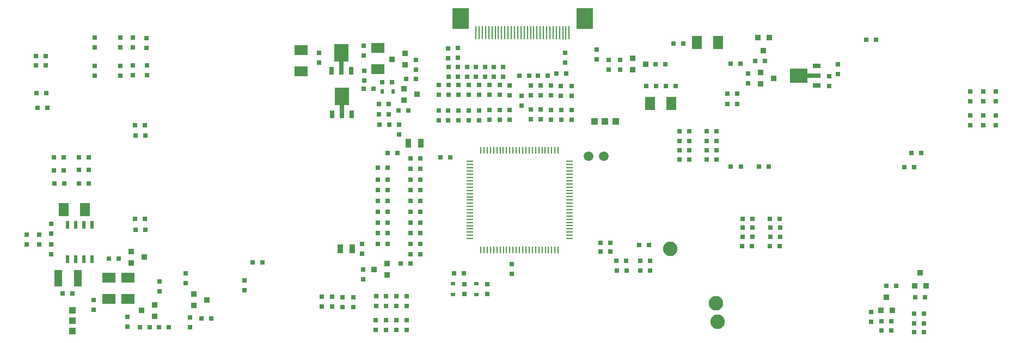
<source format=gtp>
G04 (created by PCBNEW-RS274X (2011-11-27 BZR 3249)-stable) date 7/05/2012 8:41:18 p.m.*
G01*
G70*
G90*
%MOIN*%
G04 Gerber Fmt 3.4, Leading zero omitted, Abs format*
%FSLAX34Y34*%
G04 APERTURE LIST*
%ADD10C,0.020000*%
%ADD11R,0.035000X0.055000*%
%ADD12R,0.025000X0.031500*%
%ADD13R,0.031500X0.025000*%
%ADD14C,0.088600*%
%ADD15R,0.036000X0.036000*%
%ADD16R,0.040000X0.010000*%
%ADD17R,0.010000X0.040000*%
%ADD18R,0.010000X0.080000*%
%ADD19R,0.100000X0.130000*%
%ADD20R,0.027600X0.047200*%
%ADD21R,0.027600X0.078700*%
%ADD22R,0.086600X0.110300*%
%ADD23R,0.020000X0.045000*%
%ADD24R,0.039400X0.039400*%
%ADD25R,0.047200X0.027600*%
%ADD26R,0.078700X0.027600*%
%ADD27R,0.110300X0.086600*%
%ADD28R,0.031500X0.023600*%
%ADD29R,0.080000X0.060000*%
%ADD30R,0.060000X0.080000*%
%ADD31R,0.050000X0.100000*%
%ADD32C,0.059100*%
%ADD33R,0.023600X0.031500*%
G04 APERTURE END LIST*
G54D10*
G54D11*
X34342Y-27756D03*
X33592Y-27756D03*
X38525Y-21315D03*
X37775Y-21315D03*
G54D12*
X36510Y-27450D03*
X35910Y-27450D03*
X36510Y-26800D03*
X35910Y-26800D03*
X36510Y-24832D03*
X35910Y-24832D03*
X36510Y-23523D03*
X35910Y-23523D03*
G54D13*
X35035Y-15322D03*
X35035Y-15922D03*
G54D12*
X36510Y-26151D03*
X35910Y-26151D03*
X36510Y-25491D03*
X35910Y-25491D03*
X36510Y-24173D03*
X35910Y-24173D03*
X36509Y-22815D03*
X35909Y-22815D03*
X50133Y-27392D03*
X49533Y-27392D03*
X51897Y-27539D03*
X52497Y-27539D03*
G54D13*
X32293Y-15753D03*
X32293Y-16353D03*
X34951Y-27476D03*
X34951Y-28076D03*
G54D12*
X49533Y-27933D03*
X50133Y-27933D03*
X38518Y-28090D03*
X37918Y-28090D03*
X35644Y-17953D03*
X35044Y-17953D03*
X15064Y-19144D03*
X15664Y-19144D03*
X59228Y-22740D03*
X59828Y-22740D03*
G54D13*
X36413Y-32141D03*
X36413Y-32741D03*
G54D12*
X51964Y-29085D03*
X52564Y-29085D03*
X14956Y-16535D03*
X15556Y-16535D03*
X53529Y-17795D03*
X54129Y-17795D03*
G54D13*
X37043Y-32141D03*
X37043Y-32741D03*
X37665Y-32141D03*
X37665Y-32741D03*
X47386Y-16367D03*
X47386Y-15767D03*
G54D12*
X45162Y-17173D03*
X44562Y-17173D03*
G54D13*
X43021Y-16620D03*
X43021Y-17220D03*
X41918Y-16620D03*
X41918Y-17220D03*
X43572Y-16620D03*
X43572Y-17220D03*
X42470Y-16620D03*
X42470Y-17220D03*
X41367Y-16620D03*
X41367Y-17220D03*
G54D12*
X47426Y-17043D03*
X46826Y-17043D03*
X45708Y-17181D03*
X46308Y-17181D03*
X37111Y-21894D03*
X36511Y-21894D03*
X37918Y-22224D03*
X38518Y-22224D03*
X38508Y-27450D03*
X37908Y-27450D03*
X38518Y-26151D03*
X37918Y-26151D03*
X38518Y-24832D03*
X37918Y-24832D03*
X38518Y-23523D03*
X37918Y-23523D03*
G54D13*
X37035Y-30653D03*
X37035Y-31253D03*
G54D12*
X38518Y-26800D03*
X37918Y-26800D03*
X38519Y-25491D03*
X37919Y-25491D03*
X38518Y-24173D03*
X37918Y-24173D03*
X38518Y-22873D03*
X37918Y-22873D03*
X57516Y-22736D03*
X58131Y-22736D03*
G54D13*
X36410Y-30657D03*
X36410Y-31257D03*
X37658Y-30657D03*
X37658Y-31257D03*
G54D12*
X50517Y-28484D03*
X51117Y-28484D03*
X50527Y-29085D03*
X51127Y-29085D03*
X52919Y-16466D03*
X53519Y-16466D03*
G54D13*
X50728Y-16796D03*
X50728Y-16196D03*
X49321Y-15576D03*
X49321Y-16176D03*
X40816Y-15478D03*
X40816Y-16078D03*
X40816Y-17220D03*
X40816Y-16620D03*
X40226Y-17219D03*
X40226Y-16619D03*
X40217Y-15487D03*
X40217Y-16087D03*
X39626Y-19291D03*
X39626Y-19891D03*
X40843Y-19291D03*
X40843Y-19891D03*
X42114Y-19283D03*
X42114Y-19883D03*
X43366Y-19275D03*
X43366Y-19875D03*
X39626Y-17735D03*
X39626Y-18335D03*
X40843Y-17735D03*
X40843Y-18335D03*
X42110Y-17735D03*
X42110Y-18335D03*
X43366Y-17735D03*
X43366Y-18335D03*
X40220Y-19287D03*
X40220Y-19887D03*
X41461Y-19283D03*
X41461Y-19883D03*
X42748Y-19275D03*
X42748Y-19875D03*
X43988Y-19275D03*
X43988Y-19875D03*
X40228Y-17735D03*
X40228Y-18335D03*
X41461Y-17728D03*
X41461Y-18328D03*
X42740Y-17743D03*
X42740Y-18343D03*
X43980Y-17751D03*
X43980Y-18351D03*
X47130Y-19263D03*
X47130Y-19863D03*
X45866Y-19247D03*
X45866Y-19847D03*
X47783Y-19263D03*
X47783Y-19863D03*
X46504Y-19255D03*
X46504Y-19855D03*
X45264Y-19239D03*
X45264Y-19839D03*
X47780Y-17783D03*
X47780Y-18383D03*
X46504Y-17779D03*
X46504Y-18379D03*
X45264Y-17763D03*
X45264Y-18363D03*
X47122Y-17787D03*
X47122Y-18387D03*
X45870Y-17771D03*
X45870Y-18371D03*
G54D12*
X52338Y-17805D03*
X52938Y-17805D03*
X14966Y-15965D03*
X15566Y-15965D03*
X15615Y-18228D03*
X15015Y-18228D03*
X67623Y-30039D03*
X67023Y-30039D03*
X68745Y-31742D03*
X69345Y-31742D03*
G54D13*
X66101Y-31629D03*
X66101Y-32229D03*
G54D12*
X66747Y-32756D03*
X67347Y-32756D03*
X68755Y-32323D03*
X69355Y-32323D03*
G54D14*
X53807Y-27764D03*
G54D12*
X68755Y-32874D03*
X69355Y-32874D03*
G54D15*
X69464Y-30026D03*
X68764Y-30026D03*
X69114Y-29226D03*
X67396Y-31542D03*
X66696Y-31542D03*
X67046Y-30742D03*
X51500Y-16806D03*
X51500Y-16106D03*
X52300Y-16456D03*
G54D13*
X18490Y-30910D03*
X18490Y-31510D03*
G54D12*
X20050Y-28380D03*
X19450Y-28380D03*
G54D15*
X20812Y-28618D03*
X20812Y-27918D03*
X21612Y-28268D03*
G54D12*
X57298Y-18278D03*
X57898Y-18278D03*
X57294Y-18898D03*
X57894Y-18898D03*
X54591Y-15201D03*
X53991Y-15201D03*
X52574Y-28484D03*
X51974Y-28484D03*
G54D13*
X73750Y-18145D03*
X73750Y-18745D03*
G54D16*
X41527Y-27134D03*
X41527Y-22414D03*
X41527Y-22614D03*
X41527Y-22804D03*
X41527Y-23004D03*
X41527Y-23204D03*
X41527Y-23394D03*
X41527Y-23594D03*
X41527Y-23794D03*
X41527Y-23984D03*
X41527Y-24184D03*
X41527Y-24384D03*
X41527Y-24584D03*
X41527Y-24774D03*
X41527Y-24974D03*
X41527Y-25174D03*
X41527Y-25364D03*
X41527Y-25564D03*
X41527Y-25764D03*
X41527Y-25954D03*
X41527Y-26154D03*
X41527Y-26354D03*
X41527Y-26544D03*
X41527Y-26744D03*
X41527Y-26944D03*
G54D17*
X42217Y-21724D03*
X46937Y-21724D03*
X46737Y-21724D03*
X46547Y-21724D03*
X46347Y-21724D03*
X46147Y-21724D03*
X45957Y-21724D03*
X45757Y-21724D03*
X45557Y-21724D03*
X45367Y-21724D03*
X45167Y-21724D03*
X44967Y-21724D03*
X44767Y-21724D03*
X44577Y-21724D03*
X44377Y-21724D03*
X44177Y-21724D03*
X43987Y-21724D03*
X43787Y-21724D03*
X43587Y-21724D03*
X43397Y-21724D03*
X43197Y-21724D03*
X42997Y-21724D03*
X42807Y-21724D03*
X42607Y-21724D03*
X42407Y-21724D03*
X42217Y-27824D03*
X42417Y-27824D03*
X42607Y-27824D03*
X42807Y-27824D03*
X43007Y-27824D03*
X43197Y-27824D03*
X43397Y-27824D03*
X43597Y-27824D03*
X43787Y-27824D03*
X43987Y-27824D03*
X44187Y-27824D03*
X44387Y-27824D03*
X44577Y-27824D03*
X44777Y-27824D03*
X44977Y-27824D03*
X45167Y-27824D03*
X45367Y-27824D03*
X45567Y-27824D03*
X45757Y-27824D03*
X45957Y-27824D03*
X46157Y-27824D03*
X46347Y-27824D03*
X46547Y-27824D03*
X46747Y-27824D03*
X46937Y-27824D03*
G54D16*
X47627Y-27134D03*
X47627Y-26934D03*
X47627Y-26744D03*
X47627Y-26544D03*
X47627Y-26344D03*
X47627Y-26154D03*
X47627Y-25954D03*
X47627Y-25754D03*
X47627Y-25564D03*
X47627Y-25364D03*
X47627Y-25164D03*
X47627Y-24964D03*
X47627Y-24774D03*
X47627Y-24574D03*
X47627Y-24374D03*
X47627Y-24184D03*
X47627Y-23984D03*
X47627Y-23784D03*
X47627Y-23594D03*
X47627Y-23394D03*
X47627Y-23194D03*
X47627Y-23004D03*
X47627Y-22804D03*
X47627Y-22604D03*
X47627Y-22414D03*
G54D18*
X43878Y-14548D03*
X44078Y-14548D03*
X44273Y-14548D03*
X44468Y-14548D03*
X44668Y-14548D03*
X44863Y-14548D03*
X45058Y-14548D03*
X45258Y-14548D03*
X45453Y-14548D03*
X45648Y-14548D03*
X43681Y-14548D03*
X45848Y-14548D03*
X46043Y-14548D03*
X43484Y-14548D03*
X47618Y-14548D03*
X46238Y-14548D03*
X46438Y-14548D03*
X46633Y-14548D03*
X46828Y-14548D03*
X47028Y-14548D03*
X47223Y-14548D03*
X47418Y-14548D03*
X43287Y-14548D03*
X43091Y-14548D03*
X42894Y-14548D03*
X42697Y-14548D03*
X42500Y-14548D03*
X42303Y-14548D03*
X42106Y-14548D03*
X41909Y-14548D03*
G54D19*
X48588Y-13668D03*
X40958Y-13668D03*
G54D20*
X33078Y-16854D03*
G54D21*
X33669Y-16697D03*
G54D20*
X34260Y-16854D03*
G54D22*
X33669Y-15752D03*
G54D20*
X33110Y-19537D03*
G54D21*
X33701Y-19380D03*
G54D20*
X34292Y-19537D03*
G54D22*
X33701Y-18435D03*
G54D12*
X16088Y-22972D03*
X16688Y-22972D03*
X16117Y-23750D03*
X16717Y-23750D03*
G54D13*
X72156Y-18125D03*
X72156Y-18725D03*
G54D12*
X16088Y-22175D03*
X16688Y-22175D03*
G54D13*
X72972Y-18135D03*
X72972Y-18735D03*
G54D12*
X17604Y-22943D03*
X18204Y-22943D03*
X17613Y-23750D03*
X18213Y-23750D03*
G54D13*
X72165Y-19611D03*
X72165Y-20211D03*
G54D12*
X17604Y-22175D03*
X18204Y-22175D03*
G54D13*
X72972Y-19611D03*
X72972Y-20211D03*
X73750Y-19611D03*
X73750Y-20211D03*
G54D12*
X40343Y-22154D03*
X39743Y-22154D03*
G54D13*
X15894Y-27483D03*
X15894Y-28083D03*
X15890Y-26247D03*
X15890Y-26847D03*
G54D23*
X16919Y-26296D03*
X16919Y-28396D03*
X17419Y-26296D03*
X17919Y-26296D03*
X18419Y-26296D03*
X17419Y-28396D03*
X17919Y-28396D03*
X18419Y-28396D03*
G54D12*
X16602Y-30488D03*
X17202Y-30488D03*
G54D13*
X15161Y-26885D03*
X15161Y-27485D03*
X24130Y-29859D03*
X24130Y-29259D03*
X20579Y-32540D03*
X20579Y-31940D03*
G54D12*
X23119Y-32551D03*
X22519Y-32551D03*
X21342Y-32551D03*
X21942Y-32551D03*
X25106Y-32020D03*
X25706Y-32020D03*
G54D13*
X24421Y-31976D03*
X24421Y-32576D03*
G54D15*
X24651Y-31240D03*
X24651Y-30540D03*
X25451Y-30890D03*
X22239Y-31189D03*
X22239Y-31889D03*
X21439Y-31539D03*
G54D13*
X35791Y-30661D03*
X35791Y-31261D03*
X35780Y-32741D03*
X35780Y-32141D03*
X34413Y-31324D03*
X34413Y-30724D03*
X33736Y-31316D03*
X33736Y-30716D03*
X33091Y-31305D03*
X33091Y-30705D03*
X32472Y-31297D03*
X32472Y-30697D03*
X50039Y-16192D03*
X50039Y-16792D03*
G54D14*
X56618Y-31114D03*
X56689Y-32244D03*
G54D24*
X17205Y-32173D03*
X17205Y-32813D03*
X17205Y-31533D03*
G54D13*
X58571Y-17027D03*
X58571Y-17627D03*
G54D12*
X54366Y-21153D03*
X54966Y-21153D03*
X54362Y-22291D03*
X54962Y-22291D03*
X58232Y-26480D03*
X58832Y-26480D03*
X58221Y-27586D03*
X58821Y-27586D03*
X54378Y-20582D03*
X54978Y-20582D03*
X54362Y-21724D03*
X54962Y-21724D03*
X58228Y-25917D03*
X58828Y-25917D03*
X58225Y-27031D03*
X58825Y-27031D03*
G54D13*
X20146Y-17150D03*
X20146Y-16550D03*
X21756Y-17146D03*
X21756Y-16546D03*
G54D12*
X21658Y-26598D03*
X21058Y-26598D03*
G54D13*
X18563Y-17158D03*
X18563Y-16558D03*
X20921Y-17139D03*
X20921Y-16539D03*
G54D12*
X21658Y-20835D03*
X21058Y-20835D03*
G54D13*
X18559Y-15434D03*
X18559Y-14834D03*
X20921Y-15434D03*
X20921Y-14834D03*
G54D12*
X21650Y-20205D03*
X21050Y-20205D03*
X56054Y-20578D03*
X56654Y-20578D03*
X56051Y-21728D03*
X56651Y-21728D03*
X59921Y-25916D03*
X60521Y-25916D03*
X59924Y-27035D03*
X60524Y-27035D03*
G54D13*
X20142Y-15434D03*
X20142Y-14834D03*
X21752Y-15454D03*
X21752Y-14854D03*
G54D12*
X21639Y-25933D03*
X21039Y-25933D03*
X56051Y-21149D03*
X56651Y-21149D03*
X56051Y-22287D03*
X56651Y-22287D03*
X59924Y-26476D03*
X60524Y-26476D03*
X59909Y-27590D03*
X60509Y-27590D03*
G54D25*
X62760Y-17764D03*
G54D26*
X62603Y-17173D03*
G54D25*
X62760Y-16582D03*
G54D27*
X61658Y-17173D03*
G54D13*
X64075Y-17056D03*
X64075Y-16456D03*
X63524Y-17212D03*
X63524Y-17812D03*
G54D12*
X58995Y-16272D03*
X59595Y-16272D03*
G54D15*
X59352Y-17673D03*
X59352Y-16973D03*
X60152Y-17323D03*
G54D24*
X49819Y-19969D03*
X50459Y-19969D03*
X49179Y-19969D03*
G54D12*
X65798Y-14969D03*
X66398Y-14969D03*
G54D13*
X42606Y-29928D03*
X42606Y-30528D03*
G54D12*
X41158Y-29260D03*
X40558Y-29260D03*
G54D13*
X41212Y-29917D03*
X41212Y-30517D03*
X27732Y-30304D03*
X27732Y-29704D03*
G54D12*
X69186Y-21894D03*
X68586Y-21894D03*
X28831Y-28598D03*
X28231Y-28598D03*
X68753Y-22780D03*
X68153Y-22780D03*
X67346Y-32205D03*
X66746Y-32205D03*
G54D28*
X41933Y-29893D03*
X41933Y-30563D03*
X40519Y-29893D03*
X40519Y-30563D03*
G54D13*
X14421Y-26885D03*
X14421Y-27485D03*
X22524Y-30367D03*
X22524Y-29767D03*
X35016Y-29023D03*
X35016Y-29623D03*
G54D15*
X36463Y-28674D03*
X36463Y-29374D03*
X35663Y-29024D03*
G54D12*
X37291Y-28681D03*
X37891Y-28681D03*
G54D15*
X59160Y-14830D03*
X59860Y-14830D03*
X59510Y-15630D03*
G54D12*
X57500Y-16420D03*
X58100Y-16420D03*
G54D29*
X31197Y-15590D03*
X31197Y-16890D03*
X35902Y-15472D03*
X35902Y-16772D03*
X19429Y-30839D03*
X19429Y-29539D03*
X20591Y-30839D03*
X20591Y-29539D03*
G54D30*
X16669Y-25358D03*
X17969Y-25358D03*
X52570Y-18880D03*
X53870Y-18880D03*
G54D31*
X16337Y-29571D03*
X17537Y-29571D03*
G54D30*
X55429Y-15126D03*
X56729Y-15126D03*
G54D32*
X48803Y-22110D03*
X49724Y-22110D03*
G54D15*
X37517Y-18657D03*
X37517Y-17957D03*
X38317Y-18307D03*
X37581Y-15804D03*
X37581Y-16504D03*
X36781Y-16154D03*
G54D33*
X36169Y-18142D03*
X36839Y-18142D03*
G54D12*
X35976Y-18906D03*
X36576Y-18906D03*
X36007Y-20169D03*
X36607Y-20169D03*
G54D13*
X37205Y-20776D03*
X37205Y-20176D03*
X38224Y-16812D03*
X38224Y-16212D03*
G54D12*
X38233Y-17370D03*
X37633Y-17370D03*
X35987Y-19539D03*
X36587Y-19539D03*
X37184Y-19295D03*
X37784Y-19295D03*
X36769Y-17567D03*
X36169Y-17567D03*
G54D13*
X35059Y-16861D03*
X35059Y-17461D03*
X44693Y-19005D03*
X44693Y-18405D03*
G54D12*
X69414Y-30728D03*
X68814Y-30728D03*
G54D13*
X44091Y-28688D03*
X44091Y-29288D03*
M02*

</source>
